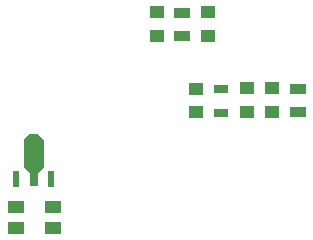
<source format=gbp>
G04*
G04 #@! TF.GenerationSoftware,Altium Limited,Altium Designer,22.1.2 (22)*
G04*
G04 Layer_Color=10066329*
%FSLAX44Y44*%
%MOMM*%
G71*
G04*
G04 #@! TF.SameCoordinates,4243E080-38CA-47FB-8023-FD6126139483*
G04*
G04*
G04 #@! TF.FilePolarity,Positive*
G04*
G01*
G75*
%ADD15R,1.3000X1.1000*%
%ADD53R,1.4000X0.9000*%
%ADD54R,1.3000X0.7000*%
%ADD55R,1.4000X1.0000*%
%ADD56R,0.6000X1.4000*%
%ADD57R,0.8000X1.4750*%
G36*
X56642Y153105D02*
Y130105D01*
X51642Y125105D01*
X44642D01*
X39642Y130105D01*
Y153105D01*
X44642Y158105D01*
X51642D01*
X56642Y153105D01*
D02*
G37*
D15*
X195580Y241460D02*
D03*
Y261460D02*
D03*
X152400Y261460D02*
D03*
Y241460D02*
D03*
X250190Y196962D02*
D03*
Y176962D02*
D03*
X228600Y176962D02*
D03*
Y196962D02*
D03*
X185420Y176690D02*
D03*
Y196690D02*
D03*
D53*
X173990Y260938D02*
D03*
Y241438D02*
D03*
X271780Y196440D02*
D03*
Y176940D02*
D03*
D54*
X207010Y196440D02*
D03*
Y175940D02*
D03*
D55*
X33020Y78380D02*
D03*
Y96880D02*
D03*
X64510Y96880D02*
D03*
Y78380D02*
D03*
D56*
X33274Y120523D02*
D03*
X63246D02*
D03*
D57*
X48260Y120777D02*
D03*
M02*

</source>
